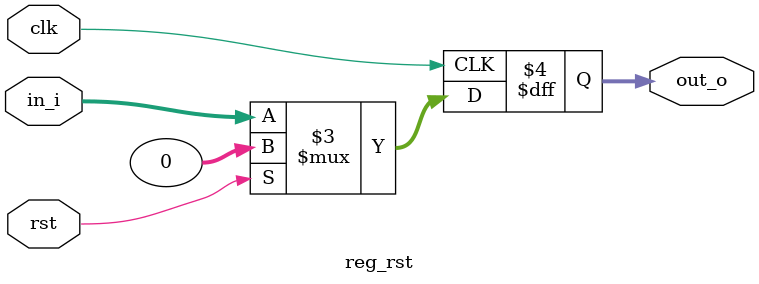
<source format=sv>
/*
 * Module: reg_rst
 *
 * Description: A DWIDTH register implementation with
 * synchronous reset. Input is registered at the rising
 * edge of the clock.
 *
 * Inputs:
 * 1) clk
 * 2) rst signal
 * 3) DWIDTH input in_i
 *
 * Outputs:
 * 1) DWIDTH output out_o
 *
 */
module reg_rst #(
    parameter int DWIDTH = 32)(
    input logic clk,
    input logic rst,
    input logic [DWIDTH-1:0] in_i,
    output logic [DWIDTH-1:0] out_o
);
    /*
     * Process definitions to be filled by
     * student below...
     */
    always_ff @(posedge clk) begin
      out_o <= (rst == 1) ? {DWIDTH{1'b0}} : in_i;
    end
endmodule: reg_rst

</source>
